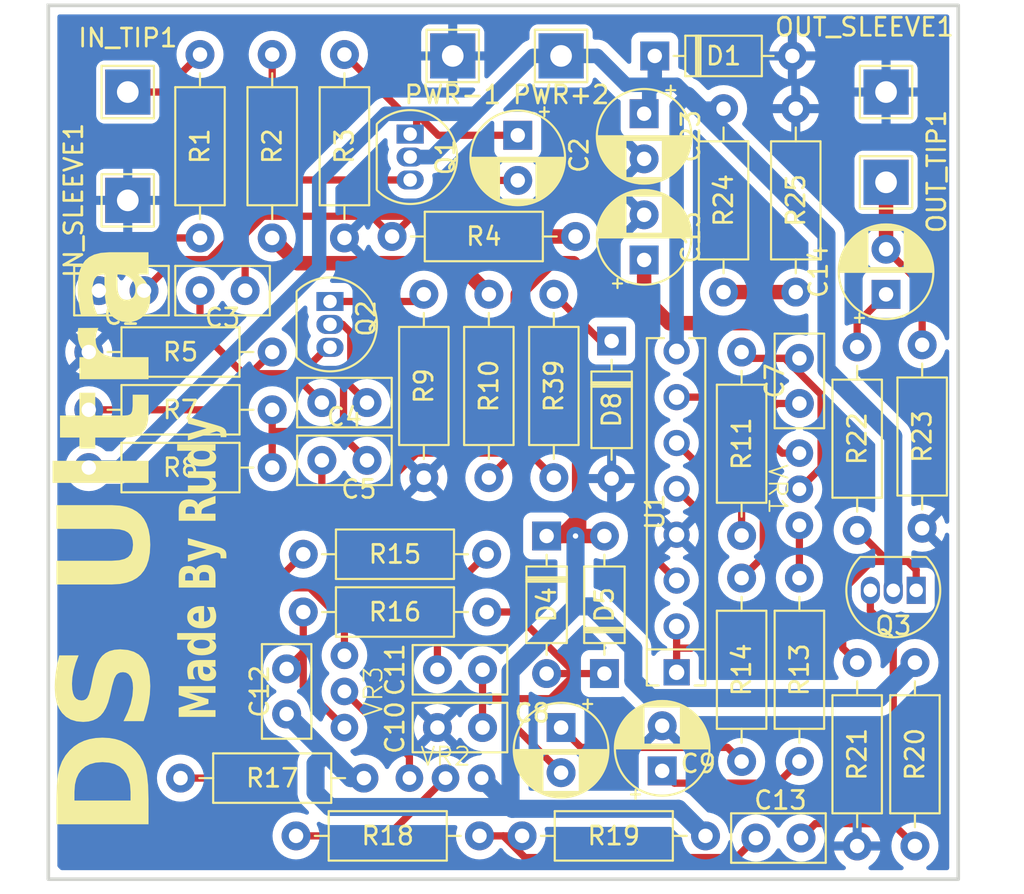
<source format=kicad_pcb>
(kicad_pcb (version 20240108) (generator "pcbnew") (generator_version "8.0")
  (layers (0 "F.Cu" signal) (31 "B.Cu" signal) (34 "B.Paste" user) (35 "F.Paste" user) (36 "B.SilkS" user "B.Silkscreen") (37 "F.SilkS" user "F.Silkscreen") (38 "B.Mask" user) (39 "F.Mask" user) (44 "Edge.Cuts" user))
  (net 0 "")
  (net 1 "Net-(Q1-B)")
  (net 2 "Net-(C1-Pad1)")
  (net 3 "Input_Buffer_Out")
  (net 4 "Net-(C2-Pad2)")
  (net 5 "Net-(Q2-B)")
  (net 6 "Transistor_Boost_Out")
  (net 7 "Net-(C5-Pad2)")
  (net 8 "Net-(C7-Pad1)")
  (net 9 "Net-(C7-Pad2)")
  (net 10 "Net-(C8-Pad1)")
  (net 11 "GND")
  (net 12 "OP-Amp_Output")
  (net 13 "Net-(C9-Pad1)")
  (net 14 "Net-(C11-Pad1)")
  (net 15 "Net-(C12-Pad2)")
  (net 16 "+4.5V")
  (net 17 "Net-(Q3-B)")
  (net 18 "Tone_Level_Output")
  (net 19 "Net-(C14-Pad1)")
  (net 20 "Net-(C14-Pad2)")
  (net 21 "+9V")
  (net 22 "Net-(D8-K)")
  (net 23 "Net-(IN_TIP1-Pad1)")
  (net 24 "Net-(Q2-E)")
  (net 25 "Net-(Q3-E)")
  (net 26 "Net-(U1B--)")
  (net 27 "Net-(R13-Pad2)")
  (net 28 "Net-(R15-Pad2)")
  (net 29 "Net-(R18-Pad1)")
  (net 30 "Net-(U1A--)")
  (net 31 "Net-(VR2-Pad1)")
  (footprint "Resistor_THT:R_Axial_DIN0207_L6.3mm_D2.5mm_P10.16mm_Horizontal" (layer "F.Cu") (at 137.570625 61.965625 180)
    (property "Reference" "R16" (at 5.08 0 0) (layer "F.SilkS"))
    (property "Value" "6.8K")
    (pad "1" thru_hole circle (at 0 0 180) (size 1.6 1.6) (drill 0.8) (layers "*.Cu" "*.Mask") (net 12 "OP-Amp_Output"))
    (pad "2" thru_hole oval (at 10.16 0 180) (size 1.6 1.6) (drill 0.8) (layers "*.Cu" "*.Mask") (net 15 "Net-(C12-Pad2)"))
  )
  (footprint "TestPoint:TestPoint_THTPad_2.5x2.5mm_Drill1.2mm" (layer "F.Cu") (at 159.690625 33.165625 180)
    (property "Reference" "OUT_SLEEVE1" (at 1.2 3.6 180) (layer "F.SilkS"))
    (property "Value" "AudioOutput_SLEEVE")
    (pad "1" thru_hole rect (at 0 0 180) (size 2.5 2.5) (drill 1.2) (layers "*.Cu" "*.Mask") (net 11 "GND"))
  )
  (footprint "Capacitor_THT:C_Disc_D5.0mm_W2.5mm_P2.50mm" (layer "F.Cu") (at 134.840625 68.365625)
    (property "Reference" "C10" (at -2.35 0 90) (layer "F.SilkS"))
    (property "Value" "0.01uF")
    (pad "1" thru_hole circle (at 0 0) (size 1.6 1.6) (drill 0.8) (layers "*.Cu" "*.Mask") (net 11 "GND"))
    (pad "2" thru_hole circle (at 2.5 0) (size 1.6 1.6) (drill 0.8) (layers "*.Cu" "*.Mask") (net 12 "OP-Amp_Output"))
  )
  (footprint "Package_TO_SOT_THT:TO-92_Inline" (layer "F.Cu") (at 128.890625 44.765625 -90)
    (property "Reference" "Q2" (at 0.94 -2 90) (layer "F.SilkS"))
    (property "Value" "2SC2240")
    (pad "1" thru_hole rect (at 0 0 270) (size 1.05 1.5) (drill 0.75) (layers "*.Cu" "*.Mask") (net 24 "Net-(Q2-E)"))
    (pad "2" thru_hole oval (at 1.27 0 270) (size 1.05 1.5) (drill 0.75) (layers "*.Cu" "*.Mask") (net 6 "Transistor_Boost_Out"))
    (pad "3" thru_hole oval (at 2.54 0 270) (size 1.05 1.5) (drill 0.75) (layers "*.Cu" "*.Mask") (net 5 "Net-(Q2-B)"))
  )
  (footprint "Resistor_THT:R_Axial_DIN0207_L6.3mm_D2.5mm_P10.16mm_Horizontal" (layer "F.Cu") (at 151.690625 47.565625 -90)
    (property "Reference" "R11" (at 5.08 0 90) (layer "F.SilkS"))
    (property "Value" "100K")
    (pad "1" thru_hole circle (at 0 0 270) (size 1.6 1.6) (drill 0.8) (layers "*.Cu" "*.Mask") (net 8 "Net-(C7-Pad1)"))
    (pad "2" thru_hole oval (at 10.16 0 270) (size 1.6 1.6) (drill 0.8) (layers "*.Cu" "*.Mask") (net 26 "Net-(U1B--)"))
  )
  (footprint "pot:POT" (layer "F.Cu") (at 140.690625 71.165625 90)
    (property "Reference" "VR2" (at 1.2 -5.4 0) (layer "F.SilkS") (effects (font (thickness 0.1))))
    (property "Value" "100KB LEVEL")
    (pad "1" thru_hole circle (at 0 -7.4 90) (size 1.524 1.524) (drill 0.762) (layers "*.Cu" "*.Mask") (net 31 "Net-(VR2-Pad1)"))
    (pad "2" thru_hole circle (at 0 -5.4 90) (size 1.524 1.524) (drill 0.762) (layers "*.Cu" "*.Mask") (net 29 "Net-(R18-Pad1)"))
    (pad "3" thru_hole circle (at 0 -3.4 90) (size 1.524 1.524) (drill 0.762) (layers "*.Cu" "*.Mask") (net 16 "+4.5V"))
  )
  (footprint "Capacitor_THT:CP_Radial_D5.0mm_P2.50mm" (layer "F.Cu") (at 146.290625 42.465625 90)
    (property "Reference" "C15" (at 1.25 2.58 90) (layer "F.SilkS"))
    (property "Value" "47uF")
    (pad "1" thru_hole rect (at 0 0 90) (size 1.6 1.6) (drill 0.8) (layers "*.Cu" "*.Mask") (net 16 "+4.5V"))
    (pad "2" thru_hole circle (at 2.5 0 90) (size 1.6 1.6) (drill 0.8) (layers "*.Cu" "*.Mask") (net 11 "GND"))
  )
  (footprint "Capacitor_THT:CP_Radial_D5.0mm_P2.50mm" (layer "F.Cu") (at 146.290625 34.365625 -90)
    (property "Reference" "C23" (at 1.25 -2.58 90) (layer "F.SilkS"))
    (property "Value" "100uF")
    (pad "1" thru_hole rect (at 0 0 270) (size 1.6 1.6) (drill 0.8) (layers "*.Cu" "*.Mask") (net 21 "+9V"))
    (pad "2" thru_hole circle (at 2.5 0 270) (size 1.6 1.6) (drill 0.8) (layers "*.Cu" "*.Mask") (net 11 "GND"))
  )
  (footprint "Resistor_THT:R_Axial_DIN0207_L6.3mm_D2.5mm_P10.16mm_Horizontal" (layer "F.Cu") (at 158.090625 57.445625 90)
    (property "Reference" "R22" (at 5.08 0 90) (layer "F.SilkS"))
    (property "Value" "1K")
    (pad "1" thru_hole circle (at 0 0 90) (size 1.6 1.6) (drill 0.8) (layers "*.Cu" "*.Mask") (net 25 "Net-(Q3-E)"))
    (pad "2" thru_hole oval (at 10.16 0 90) (size 1.6 1.6) (drill 0.8) (layers "*.Cu" "*.Mask") (net 19 "Net-(C14-Pad1)"))
  )
  (footprint "Resistor_THT:R_Axial_DIN0207_L6.3mm_D2.5mm_P10.16mm_Horizontal" (layer "F.Cu") (at 129.690625 41.245625 90)
    (property "Reference" "R3" (at 5.08 0 90) (layer "F.SilkS"))
    (property "Value" "10K")
    (pad "1" thru_hole circle (at 0 0 90) (size 1.6 1.6) (drill 0.8) (layers "*.Cu" "*.Mask") (net 11 "GND"))
    (pad "2" thru_hole oval (at 10.16 0 90) (size 1.6 1.6) (drill 0.8) (layers "*.Cu" "*.Mask") (net 3 "Input_Buffer_Out"))
  )
  (footprint "Capacitor_THT:C_Disc_D5.0mm_W2.5mm_P2.50mm" (layer "F.Cu") (at 154.980625 74.485625 180)
    (property "Reference" "C13" (at 1.14 2.09 0) (layer "F.SilkS"))
    (property "Value" "0.047uF")
    (pad "1" thru_hole circle (at 0 0 180) (size 1.6 1.6) (drill 0.8) (layers "*.Cu" "*.Mask") (net 17 "Net-(Q3-B)"))
    (pad "2" thru_hole circle (at 2.5 0 180) (size 1.6 1.6) (drill 0.8) (layers "*.Cu" "*.Mask") (net 18 "Tone_Level_Output"))
  )
  (footprint "Capacitor_THT:CP_Radial_D5.0mm_P2.50mm" (layer "F.Cu") (at 141.690625 68.365625 -90)
    (property "Reference" "C9" (at 2 -7.6 180) (layer "F.SilkS"))
    (property "Value" "0.47uF")
    (pad "1" thru_hole rect (at 0 0 270) (size 1.6 1.6) (drill 0.8) (layers "*.Cu" "*.Mask") (net 13 "Net-(C9-Pad1)"))
    (pad "2" thru_hole circle (at 2.5 0 270) (size 1.6 1.6) (drill 0.8) (layers "*.Cu" "*.Mask") (net 12 "OP-Amp_Output"))
  )
  (footprint "Resistor_THT:R_Axial_DIN0207_L6.3mm_D2.5mm_P10.16mm_Horizontal" (layer "F.Cu") (at 137.690625 44.365625 -90)
    (property "Reference" "R10" (at 5.08 0 90) (layer "F.SilkS"))
    (property "Value" "10K")
    (pad "1" thru_hole circle (at 0 0 270) (size 1.6 1.6) (drill 0.8) (layers "*.Cu" "*.Mask") (net 16 "+4.5V"))
    (pad "2" thru_hole oval (at 10.16 0 270) (size 1.6 1.6) (drill 0.8) (layers "*.Cu" "*.Mask") (net 7 "Net-(C5-Pad2)"))
  )
  (footprint "TestPoint:TestPoint_THTPad_2.5x2.5mm_Drill1.2mm" (layer "F.Cu") (at 135.690625 31.165625 180)
    (property "Reference" "PWR-1" (at 0 -2.148 0) (layer "F.SilkS"))
    (property "Value" "PWR-")
    (pad "1" thru_hole rect (at 0 0 180) (size 2.5 2.5) (drill 1.2) (layers "*.Cu" "*.Mask") (net 11 "GND"))
  )
  (footprint "Resistor_THT:R_Axial_DIN0207_L6.3mm_D2.5mm_P10.16mm_Horizontal" (layer "F.Cu") (at 137.570625 58.765625 180)
    (property "Reference" "R15" (at 5.08 0 0) (layer "F.SilkS"))
    (property "Value" "2.2K")
    (pad "1" thru_hole circle (at 0 0 180) (size 1.6 1.6) (drill 0.8) (layers "*.Cu" "*.Mask") (net 14 "Net-(C11-Pad1)"))
    (pad "2" thru_hole oval (at 10.16 0 180) (size 1.6 1.6) (drill 0.8) (layers "*.Cu" "*.Mask") (net 28 "Net-(R15-Pad2)"))
  )
  (footprint "Resistor_THT:R_Axial_DIN0207_L6.3mm_D2.5mm_P10.16mm_Horizontal" (layer "F.Cu") (at 161.290625 74.925625 90)
    (property "Reference" "R20" (at 5.08 0 90) (layer "F.SilkS"))
    (property "Value" "1M")
    (pad "1" thru_hole circle (at 0 0 90) (size 1.6 1.6) (drill 0.8) (layers "*.Cu" "*.Mask") (net 17 "Net-(Q3-B)"))
    (pad "2" thru_hole oval (at 10.16 0 90) (size 1.6 1.6) (drill 0.8) (layers "*.Cu" "*.Mask") (net 16 "+4.5V"))
  )
  (footprint "Capacitor_THT:CP_Radial_D5.0mm_P2.50mm" (layer "F.Cu") (at 159.690625 44.370738 90)
    (property "Reference" "C14" (at 1.25 -3.75 90) (layer "F.SilkS"))
    (property "Value" "100uF")
    (pad "1" thru_hole rect (at 0 0 90) (size 1.6 1.6) (drill 0.8) (layers "*.Cu" "*.Mask") (net 19 "Net-(C14-Pad1)"))
    (pad "2" thru_hole circle (at 2.5 0 90) (size 1.6 1.6) (drill 0.8) (layers "*.Cu" "*.Mask") (net 20 "Net-(C14-Pad2)"))
  )
  (footprint "Diode_THT:D_DO-35_SOD27_P7.62mm_Horizontal" (layer "F.Cu") (at 146.880625 31.165625)
    (property "Reference" "D1" (at 3.81 0 0) (layer "F.SilkS"))
    (property "Value" "1N4004")
    (pad "1" thru_hole rect (at 0 0) (size 1.6 1.6) (drill 0.8) (layers "*.Cu" "*.Mask") (net 21 "+9V"))
    (pad "2" thru_hole oval (at 7.62 0) (size 1.6 1.6) (drill 0.8) (layers "*.Cu" "*.Mask") (net 11 "GND"))
  )
  (footprint "pot:POT" (layer "F.Cu") (at 154.890625 49.765625 180)
    (property "Reference" "VR1" (at 1.2 -5.4 -90) (layer "F.SilkS") (effects (font (thickness 0.1))))
    (property "Value" "100KB DIST")
    (pad "1" thru_hole circle (at 0 -7.4 180) (size 1.524 1.524) (drill 0.762) (layers "*.Cu" "*.Mask") (net 27 "Net-(R13-Pad2)"))
    (pad "2" thru_hole circle (at 0 -5.4 180) (size 1.524 1.524) (drill 0.762) (layers "*.Cu" "*.Mask") (net 8 "Net-(C7-Pad1)"))
    (pad "3" thru_hole circle (at 0 -3.4 180) (size 1.524 1.524) (drill 0.762) (layers "*.Cu" "*.Mask") (net 9 "Net-(C7-Pad2)"))
  )
  (footprint "Resistor_THT:R_Axial_DIN0207_L6.3mm_D2.5mm_P10.16mm_Horizontal" (layer "F.Cu") (at 150.690625 34.085625 -90)
    (property "Reference" "R24" (at 5.08 0 90) (layer "F.SilkS"))
    (property "Value" "10K")
    (pad "1" thru_hole circle (at 0 0 270) (size 1.6 1.6) (drill 0.8) (layers "*.Cu" "*.Mask") (net 21 "+9V"))
    (pad "2" thru_hole oval (at 10.16 0 270) (size 1.6 1.6) (drill 0.8) (layers "*.Cu" "*.Mask") (net 16 "+4.5V"))
  )
  (footprint "Capacitor_THT:C_Disc_D5.0mm_W2.5mm_P2.50mm" (layer "F.Cu") (at 130.940625 53.565625 180)
    (property "Reference" "C5" (at 0.45 -1.6 0) (layer "F.SilkS"))
    (property "Value" "68nF")
    (pad "1" thru_hole circle (at 0 0 180) (size 1.6 1.6) (drill 0.8) (layers "*.Cu" "*.Mask") (net 6 "Transistor_Boost_Out"))
    (pad "2" thru_hole circle (at 2.5 0 180) (size 1.6 1.6) (drill 0.8) (layers "*.Cu" "*.Mask") (net 7 "Net-(C5-Pad2)"))
  )
  (footprint "Resistor_THT:R_Axial_DIN0207_L6.3mm_D2.5mm_P10.16mm_Horizontal" (layer "F.Cu") (at 125.690625 50.765625 180)
    (property "Reference" "R7" (at 5.08 0 0) (layer "F.SilkS"))
    (property "Value" "470K")
    (pad "1" thru_hole circle (at 0 0 180) (size 1.6 1.6) (drill 0.8) (layers "*.Cu" "*.Mask") (net 6 "Transistor_Boost_Out"))
    (pad "2" thru_hole oval (at 10.16 0 180) (size 1.6 1.6) (drill 0.8) (layers "*.Cu" "*.Mask") (net 5 "Net-(Q2-B)"))
  )
  (footprint "Resistor_THT:R_Axial_DIN0207_L6.3mm_D2.5mm_P10.16mm_Horizontal" (layer "F.Cu") (at 127.010625 74.365625)
    (property "Reference" "R18" (at 5.08 0 0) (layer "F.SilkS"))
    (property "Value" "10K")
    (pad "1" thru_hole circle (at 0 0) (size 1.6 1.6) (drill 0.8) (layers "*.Cu" "*.Mask") (net 29 "Net-(R18-Pad1)"))
    (pad "2" thru_hole oval (at 10.16 0) (size 1.6 1.6) (drill 0.8) (layers "*.Cu" "*.Mask") (net 18 "Tone_Level_Output"))
  )
  (footprint "Diode_THT:D_DO-35_SOD27_P7.62mm_Horizontal" (layer "F.Cu") (at 144.490625 46.955625 -90)
    (property "Reference" "D8" (at 3.81 0 90) (layer "F.SilkS"))
    (property "Value" "1N4148")
    (pad "1" thru_hole rect (at 0 0 270) (size 1.6 1.6) (drill 0.8) (layers "*.Cu" "*.Mask") (net 22 "Net-(D8-K)"))
    (pad "2" thru_hole oval (at 7.62 0 270) (size 1.6 1.6) (drill 0.8) (layers "*.Cu" "*.Mask") (net 11 "GND"))
  )
  (footprint "Resistor_THT:R_Axial_DIN0207_L6.3mm_D2.5mm_P10.16mm_Horizontal" (layer "F.Cu") (at 154.690625 44.245625 90)
    (property "Reference" "R25" (at 5.08 0 90) (layer "F.SilkS"))
    (property "Value" "10K")
    (pad "1" thru_hole circle (at 0 0 90) (size 1.6 1.6) (drill 0.8) (layers "*.Cu" "*.Mask") (net 16 "+4.5V"))
    (pad "2" thru_hole oval (at 10.16 0 90) (size 1.6 1.6) (drill 0.8) (layers "*.Cu" "*.Mask") (net 11 "GND"))
  )
  (footprint "Capacitor_THT:C_Disc_D5.0mm_W2.5mm_P2.50mm" (layer "F.Cu") (at 128.440625 50.365625)
    (property "Reference" "C4" (at 1.25 0.8 0) (layer "F.SilkS"))
    (property "Value" "250pF")
    (pad "1" thru_hole circle (at 0 0) (size 1.6 1.6) (drill 0.8) (layers "*.Cu" "*.Mask") (net 5 "Net-(Q2-B)"))
    (pad "2" thru_hole circle (at 2.5 0) (size 1.6 1.6) (drill 0.8) (layers "*.Cu" "*.Mask") (net 6 "Transistor_Boost_Out"))
  )
  (footprint "pot:POT" (layer "F.Cu") (at 129.690625 60.965625 180)
    (property "Reference" "VR3" (at -1.6 -5.4 90) (layer "F.SilkS") (effects (font (thickness 0.1))))
    (property "Value" "20KB TONE")
    (pad "1" thru_hole circle (at 0 -7.4 180) (size 1.524 1.524) (drill 0.762) (layers "*.Cu" "*.Mask") (net 15 "Net-(C12-Pad2)"))
    (pad "2" thru_hole circle (at 0 -5.4 180) (size 1.524 1.524) (drill 0.762) (layers "*.Cu" "*.Mask") (net 31 "Net-(VR2-Pad1)"))
    (pad "3" thru_hole circle (at 0 -3.4 180) (size 1.524 1.524) (drill 0.762) (layers "*.Cu" "*.Mask") (net 28 "Net-(R15-Pad2)"))
  )
  (footprint "Capacitor_THT:C_Disc_D5.0mm_W2.5mm_P2.50mm" (layer "F.Cu") (at 126.490625 67.615625 90)
    (property "Reference" "C12" (at 1.25 -1.5 90) (layer "F.SilkS"))
    (property "Value" "0.1uF")
    (pad "1" thru_hole circle (at 0 0 90) (size 1.6 1.6) (drill 0.8) (layers "*.Cu" "*.Mask") (net 16 "+4.5V"))
    (pad "2" thru_hole circle (at 2.5 0 90) (size 1.6 1.6) (drill 0.8) (layers "*.Cu" "*.Mask") (net 15 "Net-(C12-Pad2)"))
  )
  (footprint "Resistor_THT:R_Axial_DIN0207_L6.3mm_D2.5mm_P10.16mm_Horizontal" (layer "F.Cu") (at 142.490625 41.165625 180)
    (property "Reference" "R4" (at 5.08 0 0) (layer "F.SilkS"))
    (property "Value" "100K")
    (pad "1" thru_hole circle (at 0 0 180) (size 1.6 1.6) (drill 0.8) (layers "*.Cu" "*.Mask") (net 16 "+4.5V"))
    (pad "2" thru_hole oval (at 10.16 0 180) (size 1.6 1.6) (drill 0.8) (layers "*.Cu" "*.Mask") (net 4 "Net-(C2-Pad2)"))
  )
  (footprint "Capacitor_THT:C_Disc_D5.0mm_W2.5mm_P2.50mm" (layer "F.Cu") (at 154.890625 47.915625 -90)
    (property "Reference" "C7" (at 1.25 1.37 90) (layer "F.SilkS"))
    (property "Value" "100pF")
    (pad "1" thru_hole circle (at 0 0 270) (size 1.6 1.6) (drill 0.8) (layers "*.Cu" "*.Mask") (net 8 "Net-(C7-Pad1)"))
    (pad "2" thru_hole circle (at 2.5 0 270) (size 1.6 1.6) (drill 0.8) (layers "*.Cu" "*.Mask") (net 9 "Net-(C7-Pad2)"))
  )
  (footprint "Resistor_THT:R_Axial_DIN0207_L6.3mm_D2.5mm_P10.16mm_Horizontal" (layer "F.Cu") (at 125.690625 31.085625 -90)
    (property "Reference" "R2" (at 5.08 0 90) (layer "F.SilkS"))
    (property "Value" "470K")
    (pad "1" thru_hole circle (at 0 0 270) (size 1.6 1.6) (drill 0.8) (layers "*.Cu" "*.Mask") (net 1 "Net-(Q1-B)"))
    (pad "2" thru_hole oval (at 10.16 0 270) (size 1.6 1.6) (drill 0.8) (layers "*.Cu" "*.Mask") (net 16 "+4.5V"))
  )
  (footprint "Resistor_THT:R_Axial_DIN0207_L6.3mm_D2.5mm_P10.16mm_Horizontal" (layer "F.Cu") (at 141.290625 44.365625 -90)
    (property "Reference" "R39" (at 5.08 0 90) (layer "F.SilkS"))
    (property "Value" "47K")
    (pad "1" thru_hole circle (at 0 0 270) (size 1.6 1.6) (drill 0.8) (layers "*.Cu" "*.Mask") (net 22 "Net-(D8-K)"))
    (pad "2" thru_hole oval (at 10.16 0 270) (size 1.6 1.6) (drill 0.8) (layers "*.Cu" "*.Mask") (net 7 "Net-(C5-Pad2)"))
  )
  (footprint "Resistor_THT:R_Axial_DIN0207_L6.3mm_D2.5mm_P10.16mm_Horizontal" (layer "F.Cu") (at 151.690625 70.245625 90)
    (property "Reference" "R14" (at 5.08 0 90) (layer "F.SilkS"))
    (property "Value" "2.2K")
    (pad "1" thru_hole circle (at 0 0 90) (size 1.6 1.6) (drill 0.8) (layers "*.Cu" "*.Mask") (net 13 "Net-(C9-Pad1)"))
    (pad "2" thru_hole oval (at 10.16 0 90) (size 1.6 1.6) (drill 0.8) (layers "*.Cu" "*.Mask") (net 9 "Net-(C7-Pad2)"))
  )
  (footprint "Package_SIP:SIP-8_19x3mm_P2.54mm" (layer "F.Cu") (at 148.090625 65.305625 90)
    (property "Reference" "U1" (at 8.89 -1.2 90) (layer "F.SilkS"))
    (property "Value" "NJM4558")
    (pad "1" thru_hole rect (at 0 0 180) (size 1.45 1.45) (drill 0.85) (layers "*.Cu" "*.Mask") (net 30 "Net-(U1A--)"))
    (pad "2" thru_hole circle (at 2.54 0 180) (size 1.45 1.45) (drill 0.85) (layers "*.Cu" "*.Mask") (net 30 "Net-(U1A--)"))
    (pad "3" thru_hole circle (at 5.08 0 180) (size 1.45 1.45) (drill 0.85) (layers "*.Cu" "*.Mask") (net 22 "Net-(D8-K)"))
    (pad "4" thru_hole circle (at 7.62 0 180) (size 1.45 1.45) (drill 0.85) (layers "*.Cu" "*.Mask") (net 11 "GND"))
    (pad "5" thru_hole circle (at 10.16 0 180) (size 1.45 1.45) (drill 0.85) (layers "*.Cu" "*.Mask") (net 30 "Net-(U1A--)"))
    (pad "6" thru_hole circle (at 12.7 0 180) (size 1.45 1.45) (drill 0.85) (layers "*.Cu" "*.Mask") (net 26 "Net-(U1B--)"))
    (pad "7" thru_hole circle (at 15.24 0 180) (size 1.45 1.45) (drill 0.85) (layers "*.Cu" "*.Mask") (net 9 "Net-(C7-Pad2)"))
    (pad "8" thru_hole circle (at 17.78 0 180) (size 1.45 1.45) (drill 0.85) (layers "*.Cu" "*.Mask") (net 21 "+9V"))
  )
  (footprint "Resistor_THT:R_Axial_DIN0207_L6.3mm_D2.5mm_P10.16mm_Horizontal" (layer "F.Cu") (at 161.690625 57.325625 90)
    (property "Reference" "R23" (at 5.08 0 90) (layer "F.SilkS"))
    (property "Value" "100K")
    (pad "1" thru_hole circle (at 0 0 90) (size 1.6 1.6) (drill 0.8) (layers "*.Cu" "*.Mask") (net 11 "GND"))
    (pad "2" thru_hole oval (at 10.16 0 90) (size 1.6 1.6) (drill 0.8) (layers "*.Cu" "*.Mask") (net 20 "Net-(C14-Pad2)"))
  )
  (footprint "Resistor_THT:R_Axial_DIN0207_L6.3mm_D2.5mm_P10.16mm_Horizontal" (layer "F.Cu") (at 120.610625 71.165625)
    (property "Reference" "R17" (at 5.08 0 0) (layer "F.SilkS"))
    (property "Value" "6.8K")
    (pad "1" thru_hole circle (at 0 0) (size 1.6 1.6) (drill 0.8) (layers "*.Cu" "*.Mask") (net 28 "Net-(R15-Pad2)"))
    (pad "2" thru_hole oval (at 10.16 0) (size 1.6 1.6) (drill 0.8) (layers "*.Cu" "*.Mask") (net 16 "+4.5V"))
  )
  (footprint "TestPoint:TestPoint_THTPad_2.5x2.5mm_Drill1.2mm" (layer "F.Cu") (at 159.690625 38.165625)
    (property "Reference" "OUT_TIP1" (at 2.8 -0.6 -90) (layer "F.SilkS"))
    (property "Value" "OUT_TIP")
    (pad "1" thru_hole rect (at 0 0) (size 2.5 2.5) (drill 1.2) (layers "*.Cu" "*.Mask") (net 20 "Net-(C14-Pad2)"))
  )
  (footprint "Resistor_THT:R_Axial_DIN0207_L6.3mm_D2.5mm_P10.16mm_Horizontal" (layer "F.Cu") (at 125.690625 53.965625 180)
    (property "Reference" "R8" (at 5.08 0 0) (layer "F.SilkS"))
    (property "Value" "10K")
    (pad "1" thru_hole circle (at 0 0 180) (size 1.6 1.6) (drill 0.8) (layers "*.Cu" "*.Mask") (net 6 "Transistor_Boost_Out"))
    (pad "2" thru_hole oval (at 10.16 0 180) (size 1.6 1.6) (drill 0.8) (layers "*.Cu" "*.Mask") (net 21 "+9V"))
  )
  (footprint "Package_TO_SOT_THT:TO-92_Inline" (layer "F.Cu") (at 133.330625 35.495625 -90)
    (property "Reference" "Q1" (at 1.27 -1.96 90) (layer "F.SilkS"))
    (property "Value" "2SC2240")
    (pad "1" thru_hole rect (at 0 0 270) (size 1.05 1.5) (drill 0.75) (layers "*.Cu" "*.Mask") (net 3 "Input_Buffer_Out"))
    (pad "2" thru_hole oval (at 1.27 0 270) (size 1.05 1.5) (drill 0.75) (layers "*.Cu" "*.Mask") (net 21 "+9V"))
    (pad "3" thru_hole oval (at 2.54 0 270) (size 1.05 1.5) (drill 0.75) (layers "*.Cu" "*.Mask") (net 1 "Net-(Q1-B)"))
  )
  (footprint "TestPoint:TestPoint_THTPad_2.5x2.5mm_Drill1.2mm" (layer "F.Cu") (at 117.690625 39.165625)
    (property "Reference" "IN_SLEEVE1" (at -3 0 90) (layer "F.SilkS"))
    (property "Value" "AudioInput_SLEEVE")
    (pad "1" thru_hole rect (at 0 0) (size 2.5 2.5) (drill 1.2) (layers "*.Cu" "*.Mask") (net 11 "GND"))
  )
  (footprint "TestPoint:TestPoint_THTPad_2.5x2.5mm_Drill1.2mm" (layer "F.Cu") (at 117.690625 33.165625 180)
    (property "Reference" "IN_TIP1" (at 0 3 0) (layer "F.SilkS"))
    (property "Value" "IN_TIP")
    (pad "1" thru_hole rect (at 0 0 180) (size 2.5 2.5) (drill 1.2) (layers "*.Cu" "*.Mask") (net 23 "Net-(IN_TIP1-Pad1)"))
  )
  (footprint "Diode_THT:D_DO-35_SOD27_P7.62mm_Horizontal" (layer "F.Cu") (at 140.890625 57.755625 -90)
    (property "Reference" "D4" (at 3.81 0 90) (layer "F.SilkS"))
    (property "Value" "1N4148")
    (pad "1" thru_hole rect (at 0 0 270) (size 1.6 1.6) (drill 0.8) (layers "*.Cu" "*.Mask") (net 16 "+4.5V"))
    (pad "2" thru_hole oval (at 7.62 0 270) (size 1.6 1.6) (drill 0.8) (layers "*.Cu" "*.Mask") (net 12 "OP-Amp_Output"))
  )
  (footprint "Capacitor_THT:C_Disc_D5.0mm_W2.5mm_P2.50mm" (layer "F.Cu") (at 134.840625 65.165625)
    (property "Reference" "C11" (at -2.35 0 90) (layer "F.SilkS"))
    (property "Value" "0.022uF")
    (pad "1" thru_hole circle (at 0 0) (size 1.6 1.6) (drill 0.8) (layers "*.Cu" "*.Mask") (net 14 "Net-(C11-Pad1)"))
    (pad "2" thru_hole circle (at 2.5 0) (size 1.6 1.6) (drill 0.8) (layers "*.Cu" "*.Mask") (net 12 "OP-Amp_Output"))
  )
  (footprint "Resistor_THT:R_Axial_DIN0207_L6.3mm_D2.5mm_P10.16mm_Horizontal" (layer "F.Cu") (at 115.530625 47.565625)
    (property "Reference" "R5" (at 5.08 0 0) (layer "F.SilkS"))
    (property "Value" "100K")
    (pad "1" thru_hole circle (at 0 0) (size 1.6 1.6) (drill 0.8) (layers "*.Cu" "*.Mask") (net 11 "GND"))
    (pad "2" thru_hole oval (at 10.16 0) (size 1.6 1.6) (drill 0.8) (layers "*.Cu" "*.Mask") (net 5 "Net-(Q2-B)"))
  )
  (footprint "Resistor_THT:R_Axial_DIN0207_L6.3mm_D2.5mm_P10.16mm_Horizontal" (layer "F.Cu") (at 158.090625 64.765625 -90)
    (property "Reference" "R21" (at 5.08 0 90) (layer "F.SilkS"))
    (property "Value" "10K")
    (pad "1" thru_hole circle (at 0 0 270) (size 1.6 1.6) (drill 0.8) (layers "*.Cu" "*.Mask") (net 25 "Net-(Q3-E)"))
    (pad "2" thru_hole oval (at 10.16 0 270) (size 1.6 1.6) (drill 0.8) (layers "*.Cu" "*.Mask") (net 11 "GND"))
  )
  (footprint "Capacitor_THT:C_Disc_D5.0mm_W2.5mm_P2.50mm" (layer "F.Cu") (at 116.090625 44.165625)
    (property "Reference" "C1" (at 1.25 1.37 0) (layer "F.SilkS"))
    (property "Value" "47nF")
    (pad "1" thru_hole circle (at 0 0) (size 1.6 1.6) (drill 0.8) (layers "*.Cu" "*.Mask") (net 2 "Net-(C1-Pad1)"))
    (pad "2" thru_hole circle (at 2.5 0) (size 1.6 1.6) (drill 0.8) (layers "*.Cu" "*.Mask") (net 1 "Net-(Q1-B)"))
  )
  (footprint "Resistor_THT:R_Axial_DIN0207_L6.3mm_D2.5mm_P10.16mm_Horizontal" (layer "F.Cu") (at 134.090625 54.525625 90)
    (property "Reference" "R9" (at 5.08 0 90) (layer "F.SilkS"))
    (property "Value" "22")
    (pad "1" thru_hole circle (at 0 0 90) (size 1.6 1.6) (drill 0.8) (layers "*.Cu" "*.Mask") (net 11 "GND"))
    (pad "2" thru_hole oval (at 10.16 0 90) (size 1.6 1.6) (drill 0.8) (layers "*.Cu" "*.Mask") (net 24 "Net-(Q2-E)"))
  )
  (footprint "Resistor_THT:R_Axial_DIN0207_L6.3mm_D2.5mm_P10.16mm_Horizontal" (layer "F.Cu") (at 121.690625 31.085625 -90)
    (property "Reference" "R1" (at 5.08 0 90) (layer "F.SilkS"))
    (property "Value" "1K")
    (pad "1" thru_hole circle (at 0 0 270) (size 1.6 1.6) (drill 0.8) (layers "*.Cu" "*.Mask") (net 23 "Net-(IN_TIP1-Pad1)"))
    (pad "2" thru_hole oval (at 10.16 0 270) (size 1.6 1.6) (drill 0.8) (layers "*.Cu" "*.Mask") (net 2 "Net-(C1-Pad1)"))
  )
  (footprint "Capacitor_THT:C_Disc_D5.0mm_W2.5mm_P2.50mm" (layer "F.Cu") (at 124.190625 44.165625 180)
    (property "Reference" "C3" (at 1.25 -1.5 180) (layer "F.SilkS"))
    (property "Value" "47nF")
    (pad "1" thru_hole circle (at 0 0 180) (size 1.6 1.6) (drill 0.8) (layers "*.Cu" "*.Mask") (net 4 "Net-(C2-Pad2)"))
    (pad "2" thru_hole circle (at 2.5 0 180) (size 1.6 1.6) (drill 0.8) (layers "*.Cu" "*.Mask") (net 5 "Net-(Q2-B)"))
  )
  (footprint "Resistor_THT:R_Axial_DIN0207_L6.3mm_D2.5mm_P10.16mm_Horizontal" (layer "F.Cu") (at 139.530625 74.365625)
    (property "Reference" "R19" (at 5.08 0 0) (layer "F.SilkS"))
    (property "Value" "1M")
    (pad "1" thru_hole circle (at 0 0) (size 1.6 1.6) (drill 0.8) (layers "*.Cu" "*.Mask") (net 18 "Tone_Level_Output"))
    (pad "2" thru_hole oval (at 10.16 0) (size 1.6 1.6) (drill 0.8) (layers "*.Cu" "*.Mask") (net 16 "+4.5V"))
  )
  (footprint "Capacitor_THT:CP_Radial_D5.0mm_P2.50mm" (layer "F.Cu") (at 147.290625 70.765625 90)
    (property "Reference" "C8" (at 3.2 -7.2 180) (layer "F.SilkS"))
    (property "Value" "0.47uF")
    (pad "1" thru_hole rect (at 0 0 90) (size 1.6 1.6) (drill 0.8) (layers "*.Cu" "*.Mask") (net 10 "Net-(C8-Pad1)"))
    (pad "2" thru_hole circle (at 2.5 0 90) (size 1.6 1.6) (drill 0.8) (layers "*.Cu" "*.Mask") (net 11 "GND"))
  )
  (footprint "Resistor_THT:R_Axial_DIN0207_L6.3mm_D2.5mm_P10.16mm_Horizontal" (layer "F.Cu") (at 154.890625 70.245625 90)
    (property "Reference" "R13" (at 5.08 0 90) (layer "F.SilkS"))
    (property "Value" "4.7k")
    (pad "1" thru_hole circle (at 0 0 90) (size 1.6 1.6) (drill 0.8) (layers "*.Cu" "*.Mask") (net 10 "Net-(C8-Pad1)"))
    (pad "2" thru_hole oval (at 10.16 0 90) (size 1.6 1.6) (drill 0.8) (layers "*.Cu" "*.Mask") (net 27 "Net-(R13-Pad2)"))
  )
  (footprint "Diode_THT:D_DO-35_SOD27_P7.62mm_Horizontal" (layer "F.Cu") (at 144.090625 65.375625 90)
    (property "Reference" "D5" (at 3.81 0 90) (layer "F.SilkS"))
    (property "Value" "1N4148")
    (pad "1" thru_hole rect (at 0 0 90) (size 1.6 1.6) (drill 0.8) (layers "*.Cu" "*.Mask") (net 12 "OP-Amp_Output"))
    (pad "2" thru_hole oval (at 7.62 0 90) (size 1.6 1.6) (drill 0.8) (layers "*.Cu" "*.Mask") (net 16 "+4.5V"))
  )
  (footprint "TestPoint:TestPoint_THTPad_2.5x2.5mm_Drill1.2mm" (layer "F.Cu") (at 141.690625 31.165625 180)
    (property "Reference" "PWR+2" (at 0 -2.148 0) (layer "F.SilkS"))
    (property "Value" "PWR+")
    (pad "1" thru_hole rect (at 0 0 180) (size 2.5 2.5) (drill 1.2) (layers "*.Cu" "*.Mask") (net 21 "+9V"))
  )
  (footprint "Capacitor_THT:CP_Radial_D5.0mm_P2.50mm" (layer "F.Cu") (at 139.290625 35.560513 -90)
    (property "Reference" "C2" (at 1.105112 -3.4 90) (layer "F.SilkS"))
    (property "Value" "0.47u")
    (pad "1" thru_hole rect (at 0 0 270) (size 1.6 1.6) (drill 0.8) (layers "*.Cu" "*.Mask") (net 3 "Input_Buffer_Out"))
    (pad "2" thru_hole circle (at 2.5 0 270) (size 1.6 1.6) (drill 0.8) (layers "*.Cu" "*.Mask") (net 4 "Net-(C2-Pad2)"))
  )
  (footprint "Package_TO_SOT_THT:TO-92_Inline" (layer "F.Cu") (at 161.360625 60.765625 180)
    (property "Reference" "Q3" (at 1.27 -1.96 0) (layer "F.SilkS"))
    (property "Value" "2SC2240")
    (pad "1" thru_hole rect (at 0 0 180) (size 1.05 1.5) (drill 0.75) (layers "*.Cu" "*.Mask") (net 25 "Net-(Q3-E)"))
    (pad "2" thru_hole oval (at 1.27 0 180) (size 1.05 1.5) (drill 0.75) (layers "*.Cu" "*.Mask") (net 21 "+9V"))
    (pad "3" thru_hole oval (at 2.54 0 180) (size 1.05 1.5) (drill 0.75) (layers "*.Cu" "*.Mask") (net 17 "Net-(Q3-B)"))
  )
  (gr_rect (start 113.290625 28.365623) (end 163.690625 76.765625) (stroke (width 0.2)) (fill none) (layer "Edge.Cuts"))
  (gr_text "DS Ultra\n" (at 119.690625 74.365625 90) (layer "F.SilkS") (effects (font (size 5 5) (thickness 0.3) (bold yes)) (justify left bottom)))
  (gr_text "Made By Rudy" (at 122.890625 67.965625 90) (layer "F.SilkS") (effects (font (size 2 1.5) (thickness 0.175) (bold yes)) (justify left bottom)))
  (segment (start 125.690625 37.565625) (end 125.690625 31.085625) (width 0.4) (layer "F.Cu") (net 1))
  (segment (start 123.290625 39.965625) (end 125.690625 37.565625) (width 0.4) (layer "F.Cu") (net 1))
  (segment (start 120.310625 42.445625) (end 122.187682 42.445625) (width 0.4) (layer "F.Cu") (net 1))
  (segment (start 133.330625 38.035625) (end 126.160625 38.035625) (width 0.4) (layer "F.Cu") (net 1))
  (segment (start 123.290625 41.342682) (end 123.290625 39.965625) (width 0.4) (layer "F.Cu") (net 1))
  (segment (start 122.187682 42.445625) (end 123.290625 41.342682) (width 0.4) (layer "F.Cu") (net 1))
  (segment (start 118.590625 44.165625) (end 120.310625 42.445625) (width 0.4) (layer "F.Cu") (net 1))
  (segment (start 126.160625 38.035625) (end 125.690625 37.565625) (width 0.4) (layer "F.Cu") (net 1))
  (segment (start 119.010625 41.245625) (end 116.090625 44.165625) (width 0.4) (layer "F.Cu") (net 2))
  (segment (start 121.690625 41.245625) (end 119.010625 41.245625) (width 0.4) (layer "F.Cu") (net 2))
  (segment (start 132.970625 34.365625) (end 133.690625 34.365625) (width 0.4) (layer "F.Cu") (net 3))
  (segment (start 133.395513 35.560513) (end 133.330625 35.495625) (width 0.4) (layer "F.Cu") (net 3))
  (segment (start 134.885513 35.560513) (end 139.290625 35.560513) (width 0.4) (layer "F.Cu") (net 3))
  (segment (start 129.690625 31.085625) (end 132.970625 34.365625) (width 0.4) (layer "F.Cu") (net 3))
  (segment (start 133.690625 35.135625) (end 133.330625 35.495625) (width 0.4) (layer "F.Cu") (net 3))
  (segment (start 133.690625 34.365625) (end 134.885513 35.560513) (width 0.4) (layer "F.Cu") (net 3))
  (segment (start 133.690625 34.365625) (end 133.690625 35.135625) (width 0.4) (layer "F.Cu") (net 3))
  (segment (start 125.193568 40.045625) (end 131.210625 40.045625) (width 0.4) (layer "F.Cu") (net 4))
  (segment (start 139.290625 38.060513) (end 135.435737 38.060513) (width 0.4) (layer "F.Cu") (net 4))
  (segment (start 135.435737 38.060513) (end 133.610625 39.885625) (width 0.4) (layer "F.Cu") (net 4))
  (segment (start 124.190625 41.048568) (end 125.193568 40.045625) (width 0.4) (layer "F.Cu") (net 4))
  (segment (start 124.190625 44.165625) (end 124.190625 41.048568) (width 0.4) (layer "F.Cu") (net 4))
  (segment (start 133.450625 40.045625) (end 131.210625 40.045625) (width 0.4) (layer "F.Cu") (net 4))
  (segment (start 133.610625 39.885625) (end 133.450625 40.045625) (width 0.4) (layer "F.Cu") (net 4))
  (segment (start 133.610625 39.885625) (end 132.330625 41.165625) (width 0.4) (layer "F.Cu") (net 4))
  (segment (start 131.210625 40.045625) (end 132.330625 41.165625) (width 0.4) (layer "F.Cu") (net 4))
  (segment (start 121.690625 44.165625) (end 121.690625 46.365625) (width 0.4) (layer "F.Cu") (net 5))
  (segment (start 124.490625 48.765625) (end 124.090625 48.765625) (width 0.4) (layer "F.Cu") (net 5))
  (segment (start 127.290625 49.215625) (end 128.440625 50.365625) (width 0.4) (layer "F.Cu") (net 5))
  (segment (start 125.690625 47.565625) (end 124.490625 48.765625) (width 0.4) (layer "F.Cu") (net 5))
  (segment (start 128.750625 47.305625) (end 127.290625 48.765625) (width 0.4) (layer "F.Cu") (net 5))
  (segment (start 127.290625 48.765625) (end 127.290625 49.215625) (width 0.4) (layer "F.Cu") (net 5))
  (segment (start 128.890625 47.425625) (end 129.169153 47.425625) (width 0.4) (layer "F.Cu") (net 5))
  (segment (start 124.090625 48.765625) (end 127.290625 48.765625) (width 0.4) (layer "F.Cu") (net 5))
  (segment (start 121.690625 46.365625) (end 124.090625 48.765625) (width 0.4) (layer "F.Cu") (net 5))
  (segment (start 128.890625 47.305625) (end 128.750625 47.305625) (width 0.4) (layer "F.Cu") (net 5))
  (segment (start 124.090625 48.765625) (end 122.090625 50.765625) (width 0.4) (layer "F.Cu") (net 5))
  (segment (start 122.090625 50.765625) (end 115.530625 50.765625) (width 0.4) (layer "F.Cu") (net 5))
  (segment (start 129.340625 51.965625) (end 130.940625 53.565625) (width 0.4) (layer "F.Cu") (net 6))
  (segment (start 129.640625 51.665625) (end 129.340625 51.965625) (width 0.4) (layer "F.Cu") (net 6))
  (segment (start 125.690625 51.965625) (end 129.340625 51.965625) (width 0.4) (layer "F.Cu") (net 6))
  (segment (start 129.590625 46.035625) (end 130.040625 46.485625) (width 0.4) (layer "F.Cu") (net 6))
  (segment (start 125.690625 52.765625) (end 125.690625 51.965625) (width 0.4) (layer "F.Cu") (net 6))
  (segment (start 128.890625 46.035625) (end 129.590625 46.035625) (width 0.4) (layer "F.Cu") (net 6))
  (segment (start 125.690625 53.965625) (end 125.690625 52.765625) (width 0.4) (layer "F.Cu") (net 6))
  (segment (start 130.040625 46.485625) (end 130.040625 48.415625) (width 0.4) (layer "F.Cu") (net 6))
  (segment (start 129.640625 48.815625) (end 129.640625 49.065625) (width 0.4) (layer "F.Cu") (net 6))
  (segment (start 129.640625 51.665625) (end 129.640625 48.815625) (width 0.4) (layer "F.Cu") (net 6))
  (segment (start 130.040625 48.415625) (end 129.640625 48.815625) (width 0.4) (layer "F.Cu") (net 6))
  (segment (start 129.640625 49.065625) (end 130.940625 50.365625) (width 0.4) (layer "F.Cu") (net 6))
  (segment (start 125.690625 51.965625) (end 125.690625 50.765625) (width 0.4) (layer "F.Cu") (net 6))
  (segment (start 133.690625 53.165625) (end 139.690625 53.165625) (width 0.4) (layer "F.Cu") (net 7))
  (segment (start 139.930625 53.165625) (end 141.290625 54.525625) (width 0.4) (layer "F.Cu") (net 7))
  (segment (start 128.890625 55.565625) (end 131.290625 55.565625) (width 0.4) (layer "F.Cu") (net 7))
  (segment (start 131.290625 55.565625) (end 133.690625 53.165625) (width 0.4) (layer "F.Cu") (net 7))
  (segment (start 128.440625 53.565625) (end 128.440625 55.115625) (width 0.4) (layer "F.Cu") (net 7))
  (segment (start 139.690625 53.165625) (end 139.050625 53.165625) (width 0.4) (layer "F.Cu") (net 7))
  (segment (start 139.050625 53.165625) (end 137.690625 54.525625) (width 0.4) (layer "F.Cu") (net 7))
  (segment (start 139.690625 53.165625) (end 139.930625 53.165625) (width 0.4) (layer "F.Cu") (net 7))
  (segment (start 128.440625 55.115625) (end 128.890625 55.565625) (width 0.4) (layer "F.Cu") (net 7))
  (segment (start 154.540625 47.565625) (end 154.890625 47.915625) (width 0.4) (layer "F.Cu") (net 8))
  (segment (start 156.090625 53.965625) (end 156.090625 49.918568) (width 0.4) (layer "F.Cu") (net 8))
  (segment (start 153.290625 47.915625) (end 152.040625 47.915625) (width 0.4) (layer "F.Cu") (net 8))
  (segment (start 156.090625 49.918568) (end 154.087682 47.915625) (width 0.4) (layer "F.Cu") (net 8))
  (segment (start 154.890625 55.165625) (end 156.090625 53.965625) (width 0.4) (layer "F.Cu") (net 8))
  (segment (start 154.890625 47.915625) (end 153.290625 47.915625) (width 0.4) (layer "F.Cu") (net 8))
  (segment (start 152.040625 47.915625) (end 151.690625 47.565625) (width 0.4) (layer "F.Cu") (net 8))
  (segment (start 154.087682 47.915625) (end 153.290625 47.915625) (width 0.4) (layer "F.Cu") (net 8))
  (segment (start 154.540625 50.065625) (end 154.890625 50.415625) (width 0.4) (layer "F.Cu") (net 9))
  (segment (start 152.890625 52.115625) (end 152.815625 52.040625) (width 0.4) (layer "F.Cu") (net 9))
  (segment (start 152.490625 51.565625) (end 152.415625 51.640625) (width 0.4) (layer "F.Cu") (net 9))
  (segment (start 154.890625 50.415625) (end 153.640625 50.415625) (width 0.4) (layer "F.Cu") (net 9))
  (segment (start 148.090625 50.065625) (end 150.840625 50.065625) (width 0.4) (layer "F.Cu") (net 9))
  (segment (start 153.940625 53.165625) (end 152.815625 52.040625) (width 0.4) (layer "F.Cu") (net 9))
  (segment (start 153.640625 50.415625) (end 152.490625 51.565625) (width 0.4) (layer "F.Cu") (net 9))
  (segment (start 152.890625 58.885625) (end 152.890625 52.115625) (width 0.4) (layer "F.Cu") (net 9))
  (segment (start 154.890625 53.165625) (end 153.940625 53.165625) (width 0.4) (layer "F.Cu") (net 9))
  (segment (start 150.840625 50.065625) (end 152.415625 51.640625) (width 0.4) (layer "F.Cu") (net 9))
  (segment (start 151.690625 60.085625) (end 152.890625 58.885625) (width 0.4) (layer "F.Cu") (net 9))
  (segment (start 152.815625 52.040625) (end 152.415625 51.640625) (width 0.4) (layer "F.Cu") (net 9))
  (segment (start 147.290625 70.765625) (end 147.970625 71.445625) (width 0.4) (layer "F.Cu") (net 10))
  (segment (start 153.690625 71.445625) (end 154.890625 70.245625) (width 0.4) (layer "F.Cu") (net 10))
  (segment (start 147.970625 71.445625) (end 153.690625 71.445625) (width 0.4) (layer "F.Cu") (net 10))
  (segment (start 137.340625 66.765625) (end 137.340625 68.365625) (width 0.4) (layer "F.Cu") (net 12))
  (segment (start 138.890625 68.065625) (end 141.690625 70.865625) (width 0.4) (layer "F.Cu") (net 12))
  (segment (start 141.100625 66.765625) (end 142.490625 65.375625) (width 0.4) (layer "F.Cu") (net 12))
  (segment (start 142.490625 65.375625) (end 140.890625 65.375625) (width 0.4) (layer "F.Cu") (net 12))
  (segment (start 144.090625 65.375625) (end 142.490625 65.375625) (width 0.4) (layer "F.Cu") (net 12))
  (segment (start 137.570625 61.965625) (end 139.080625 61.965625) (width 0.4) (layer "F.Cu") (net 12))
  (segment (start 139.080625 61.965625) (end 142.490625 65.375625) (width 0.4) (layer "F.Cu") (net 12))
  (segment (start 138.890625 66.765625) (end 138.890625 68.065625) (width 0.4) (layer "F.Cu") (net 12))
  (segment (start 137.340625 66.765625) (end 138.890625 66.765625) (width 0.4) (layer "F.Cu") (net 12))
  (segment (start 138.890625 66.765625) (end 141.100625 66.765625) (width 0.4) (layer "F.Cu") (net 12))
  (segment (start 137.340625 65.165625) (end 137.340625 66.765625) (width 0.4) (layer "F.Cu") (net 12))
  (segment (start 151.690625 70.245625) (end 150.910625 69.465625) (width 0.4) (layer "F.Cu") (net 13))
  (segment (start 150.910625 69.465625) (end 142.790625 69.465625) (width 0.4) (layer "F.Cu") (net 13))
  (segment (start 142.790625 69.465625) (end 141.690625 68.365625) (width 0.4) (layer "F.Cu") (net 13))
  (segment (start 134.840625 61.495625) (end 137.570625 58.765625) (width 0.4) (layer "F.Cu") (net 14))
  (segment (start 134.840625 65.165625) (end 134.840625 61.495625) (width 0.4) (layer "F.Cu") (net 14))
  (segment (start 126.890625 61.965625) (end 127.410625 61.965625) (width 0.4) (layer "F.Cu") (net 15))
  (segment (start 127.410625 61.965625) (end 127.410625 64.195625) (width 0.4) (layer "F.Cu") (net 15))
  (segment (start 127.410625 66.085625) (end 129.690625 68.365625) (width 0.4) (layer "F.Cu") (net 15))
  (segment (start 127.410625 64.195625) (end 127.410625 66.085625) (width 0.4) (layer "F.Cu") (net 15))
  (segment (start 127.410625 64.195625) (end 126.490625 65.115625) (width 0.4) (layer "F.Cu") (net 15))
  (segment (start 142.690625 56.765625) (end 142.690625 56.365625) (width 0.8) (layer "F.Cu") (net 16))
  (segment (start 141.690625 42.645625) (end 135.970625 42.645625) (width 0.8) (layer "F.Cu") (net 16))
  (segment (start 135.970625 42.645625) (end 137.690625 44.365625) (width 0.8) (layer "F.Cu") (net 16))
  (segment (start 125.690625 41.245625) (end 127.090625 42.645625) (width 0.8) (layer "F.Cu") (net 16))
  (segment (start 152.490625 44.245625) (end 152.890625 44.245625) (width 0.8) (layer "F.Cu") (net 16))
  (segment (start 142.690625 42.965625) (end 142.490625 42.765625) (width 0.8) (layer "F.Cu") (net 16))
  (segment (start 140.890625 57.755625) (end 142.490625 57.755625) (width 0.8) (layer "F.Cu") (net 16))
  (segment (start 139.290625 47.965625) (end 139.290625 44.385726) (width 0.8) (layer "F.Cu") (net 16))
  (segment (start 152.490625 45.965625) (end 147.690625 45.965625) (width 0.8) (layer "F.Cu") (net 16))
  (segment (start 152.890625 44.245625) (end 152.890625 45.565625) (width 0.8) (layer "F.Cu") (net 16))
  (segment (start 150.510625 44.065625) (end 150.690625 44.245625) (width 0.8) (layer "F.Cu") (net 16))
  (segment (start 147.690625 45.965625) (end 146.490625 44.765625) (width 0.8) (layer "F.Cu") (net 16))
  (segment (start 146.290625 44.565625) (end 146.490625 44.765625) (width 0.8) (layer "F.Cu") (net 16))
  (segment (start 142.490625 57.755625) (end 142.690625 57.555625) (width 0.8) (layer "F.Cu") (net 16))
  (segment (start 142.690625 42.965625) (end 142.370625 42.645625) (width 0.8) (layer "F.Cu") (net 16))
  (segment (start 142.690625 57.555625) (end 142.690625 56.765625) (width 0.8) (layer "F.Cu") (net 16))
  (segment (start 140.890625 57.755625) (end 141.700625 57.755625) (width 0.8) (layer "F.Cu") (net 16))
  (segment (start 142.690625 51.365625) (end 139.290625 47.965625) (width 0.8) (layer "F.Cu") (net 16))
  (segment (start 152.890625 44.245625) (end 154.690625 44.245625) (width 0.8) (layer "F.Cu") (net 16))
  (segment (start 146.290625 42.465625) (end 146.290625 44.565625) (width 0.8) (layer "F.Cu") (net 16))
  (segment (start 137.450625 41.165625) (end 142.490625 41.165625) (width 0.8) (layer "F.Cu") (net 16))
  (segment (start 135.970625 42.645625) (end 137.450625 41.165625) (width 0.8) (layer "F.Cu") (net 16))
  (segment (start 144.490625 44.765625) (end 142.690625 42.965625) (width 0.8) (layer "F.Cu") (net 16))
  (segment (start 141.700625 57.755625) (end 142.690625 56.765625) (width 0.8) (layer "F.Cu") (net 16))
  (segment (start 152.890625 45.565625) (end 152.490625 45.965625) (width 0.8) (layer "F.Cu") (net 16))
  (segment (start 142.690625 56.365625) (end 142.690625 55.165625) (width 0.8) (layer "F.Cu") (net 16))
  (segment (start 142.370625 42.645625) (end 141.690625 42.645625) (width 0.8) (layer "F.Cu") (net 16))
  (segment (start 139.290625 44.385726) (end 141.030726 42.645625) (width 0.8) (layer "F.Cu") (net 16))
  (segment (start 146.490625 44.765625) (end 144.490625 44.765625) (width 0.8) (layer "F.Cu") (net 16))
  (segment (start 150.690625 44.245625) (end 152.490625 44.245625) (width 0.8) (layer "F.Cu") (net 16))
  (segment (start 142.490625 57.755625) (end 144.090625 57.755625) (width 0.8) (layer "F.Cu") (net 16))
  (segment (start 142.690625 55.165625) (end 142.690625 51.365625) (width 0.8) (layer "F.Cu") (net 16))
  (segment (start 127.090625 42.645625) (end 135.970625 42.645625) (width 0.8) (layer "F.Cu") (net 16))
  (segment (start 141.030726 42.645625) (end 141.690625 42.645625) (width 0.8) (layer "F.Cu") (net 16))
  (via (at 142.490625 57.755625) (size 0.6) (drill 0.3) (layers "F.Cu" "B.Cu") (net 16))
  (segment (start 128.665625 69.790625) (end 130.040625 71.165625) (width 1) (layer "B.Cu") (net 16))
  (segment (start 142.490625 61.654304) (end 142.490625 57.755625) (width 1) (layer "B.Cu") (net 16))
  (segment (start 138.890625 72.765625) (end 138.990625 72.865625) (width 1) (layer "B.Cu") (net 16))
  (segment (start 128.665625 69.790625) (end 128.090625 70.365625) (width 1) (layer "B.Cu") (net 16))
  (segment (start 145.690625 65.755625) (end 145.690625 63.975625) (width 1) (layer "B.Cu") (net 16))
  (segment (start 146.665625 66.730625) (end 145.690625 65.755625) (width 1) (layer "B.Cu") (net 16))
  (segment (start 138.990625 72.865625) (end 137.290625 71.165625) (width 1) (layer "B.Cu") (net 16))
  (segment (start 138.890625 65.254304) (end 142.490625 61.654304) (width 1) (layer "B.Cu") (net 16))
  (segment (start 130.040625 71.165625) (end 130.770625 71.165625) (width 1) (layer "B.Cu") (net 16))
  (segment (start 128.890625 72.765625) (end 138.890625 72.765625) (width 1) (layer "B.Cu") (net 16))
  (segment (start 128.090625 71.965625) (end 128.890625 72.765625) (width 1) (layer "B.Cu") (net 16))
  (segment (start 143.369304 61.654304) (end 142.490625 61.654304) (width 1) (layer "B.Cu") (net 16))
  (segment (start 149.690625 74.365625) (end 148.190625 72.865625) (width 1) (layer "B.Cu") (net 16))
  (segment (start 145.690625 63.975625) (end 143.369304 61.654304) (width 1) (layer "B.Cu") (net 16))
  (segment (start 161.290625 64.765625) (end 159.325625 66.730625) (width 1) (layer "B.Cu") (net 16))
  (segment (start 128.090625 70.365625) (end 128.090625 71.965625) (width 1) (layer "B.Cu") (net 16))
  (segment (start 126.490625 67.615625) (end 128.665625 69.790625) (width 1) (layer "B.Cu") (net 16))
  (segment (start 138.890625 72.765625) (end 138.890625 65.254304) (width 1) (layer "B.Cu") (net 16))
  (segment (start 159.325625 66.730625) (end 146.665625 66.730625) (width 1) (layer "B.Cu") (net 16))
  (segment (start 148.190625 72.865625) (end 138.990625 72.865625) (width 1) (layer "B.Cu") (net 16))
  (segment (start 160.050626 73.685626) (end 161.290625 74.925625) (width 0.4) (layer "F.Cu") (net 17))
  (segment (start 158.820625 60.765625) (end 158.820625 61.895625) (width 0.4) (layer "F.Cu") (net 17))
  (segment (start 159.170624 73.685626) (end 157.690625 73.685626) (width 0.4) (layer "F.Cu") (net 17))
  (segment (start 154.980625 74.485625) (end 155.780624 73.685626) (width 0.4) (layer "F.Cu") (net 17))
  (segment (start 160.090625 63.165625) (end 160.090625 72.765625) (width 0.4) (layer "F.Cu") (net 17))
  (segment (start 158.820625 61.895625) (end 160.090625 63.165625) (width 0.4) (layer "F.Cu") (net 17))
  (segment (start 155.780624 73.685626) (end 157.690625 73.685626) (width 0.4) (layer "F.Cu") (net 17))
  (segment (start 160.090625 72.765625) (end 159.170624 73.685626) (width 0.4) (layer "F.Cu") (net 17))
  (segment (start 157.690625 73.685626) (end 160.050626 73.685626) (width 0.4) (layer "F.Cu") (net 17))
  (segment (start 138.490625 74.365625) (end 139.530625 74.365625) (width 0.4) (layer "F.Cu") (net 18))
  (segment (start 137.170625 74.365625) (end 138.490625 74.365625) (width 0.4) (layer "F.Cu") (net 18))
  (segment (start 138.490625 74.365625) (end 139.690625 75.565625) (width 0.4) (layer "F.Cu") (net 18))
  (segment (start 139.690625 75.565625) (end 151.400625 75.565625) (width 0.4) (layer "F.Cu") (net 18))
  (segment (start 151.400625 75.565625) (end 152.480625 74.485625) (width 0.4) (layer "F.Cu") (net 18))
  (segment (start 158.090625 45.970738) (end 159.690625 44.370738) (width 0.4) (layer "F.Cu") (net 19))
  (segment (start 158.090625 47.285625) (end 158.090625 45.970738) (width 0.4) (layer "F.Cu") (net 19))
  (segment (start 159.690625 38.165625) (end 159.690625 41.870738) (width 0.8) (layer "F.Cu") (net 20))
  (segment (start 161.690625 47.165625) (end 161.690625 43.870738) (width 0.4) (layer "F.Cu") (net 20))
  (segment (start 161.690625 43.870738) (end 159.690625 41.870738) (width 0.4) (layer "F.Cu") (net 20))
  (segment (start 150.410625 34.365625) (end 150.690625 34.085625) (width 0.8) (layer "F.Cu") (net 21))
  (segment (start 142.490625 31.165625) (end 141.690625 31.165625) (width 1) (layer "F.Cu") (net 21))
  (segment (start 143.690625 31.165625) (end 145.290625 32.765625) (width 0.8) (layer "B.Cu") (net 21))
  (segment (start 115.530625 53.965625) (end 117.215625 53.965625) (width 0.8) (layer "B.Cu") (net 21))
  (segment (start 146.570625 34.085625) (end 146.570625 33.085625) (width 0.8) (layer "B.Cu") (net 21))
  (segment (start 148.090625 33.965625) (end 148.090625 47.525625) (width 0.8) (layer "B.Cu") (net 21))
  (segment (start 134.535625 36.765625) (end 136.913125 34.388125) (width 0.8) (layer "B.Cu") (net 21))
  (segment (start 141.690625 31.165625) (end 143.690625 31.165625) (width 0.8) (layer "B.Cu") (net 21))
  (segment (start 136.895625 34.370625) (end 136.913125 34.388125) (width 0.8) (layer "B.Cu") (net 21))
  (segment (start 146.880625 32.755625) (end 146.890625 32.765625) (width 0.8) (layer "B.Cu") (net 21))
  (segment (start 117.215625 53.965625) (end 128.290625 42.890625) (width 0.8) (layer "B.Cu") (net 21))
  (segment (start 156.390625 48.536946) (end 156.390625 41.065625) (width 1) (layer "B.Cu") (net 21))
  (segment (start 128.290625 38.060625) (end 129.585625 36.765625) (width 0.8) (layer "B.Cu") (net 21))
  (segment (start 148.690625 33.365625) (end 148.090625 33.965625) (width 0.8) (layer "B.Cu") (net 21))
  (segment (start 146.880625 31.165625) (end 146.880625 32.755625) (width 0.8) (layer "B.Cu") (net 21))
  (segment (start 133.330625 36.765625) (end 134.535625 36.765625) (width 0.8) (layer "B.Cu") (net 21))
  (segment (start 160.090625 60.765625) (end 160.090625 52.236946) (width 1) (layer "B.Cu") (net 21))
  (segment (start 133.330625 36.765625) (end 134.430625 36.765625) (width 0.8) (layer "B.Cu") (net 21))
  (segment (start 128.290625 42.890625) (end 128.290625 38.060625) (width 0.8) (layer "B.Cu") (net 21))
  (segment (start 131.980625 34.370625) (end 136.895625 34.370625) (width 0.8) (layer "B.Cu") (net 21))
  (segment (start 145.290625 32.765625) (end 146.890625 32.765625) (width 0.8) (layer "B.Cu") (net 21))
  (segment (start 140.135625 31.165625) (end 141.690625 31.165625) (width 0.8) (layer "B.Cu") (net 21))
  (segment (start 156.390625 41.065625) (end 148.690625 33.365625) (width 1) (layer "B.Cu") (net 21))
  (segment (start 136.913125 34.388125) (end 140.135625 31.165625) (width 0.8) (layer "B.Cu") (net 21))
  (segment (start 146.890625 32.765625) (end 148.090625 32.765625) (width 0.8) (layer "B.Cu") (net 21))
  (segment (start 160.090625 52.236946) (end 156.390625 48.536946) (width 1) (layer "B.Cu") (net 21))
  (segment (start 148.690625 33.365625) (end 149.410625 34.085625) (width 0.8) (layer "B.Cu") (net 21))
  (segment (start 146.290625 34.365625) (end 146.570625 34.085625) (width 0.8) (layer "B.Cu") (net 21))
  (segment (start 146.570625 33.085625) (end 146.890625 32.765625) (width 0.8) (layer "B.Cu") (net 21))
  (segment (start 148.090625 32.765625) (end 148.690625 33.365625) (width 0.8) (layer "B.Cu") (net 21))
  (segment (start 149.410625 34.085625) (end 150.690625 34.085625) (width 0.8) (layer "B.Cu") (net 21))
  (segment (start 128.290625 38.060625) (end 131.980625 34.370625) (width 0.8) (layer "B.Cu") (net 21))
  (segment (start 142.090625 46.365625) (end 142.690625 45.765625) (width 0.4) (layer "F.Cu") (net 22))
  (segment (start 148.090625 60.225625) (end 146.090625 58.225625) (width 0.4) (layer "F.Cu") (net 22))
  (segment (start 143.880625 46.955625) (end 144.490625 46.955625) (width 0.4) (layer "F.Cu") (net 22))
  (segment (start 141.290625 44.365625) (end 142.690625 45.765625) (width 0.4) (layer "F.Cu") (net 22))
  (segment (start 146.090625 53.165625) (end 142.090625 49.165625) (width 0.4) (layer "F.Cu") (net 22))
  (segment (start 142.690625 45.765625) (end 143.880625 46.955625) (width 0.4) (layer "F.Cu") (net 22))
  (segment (start 146.090625 58.225625) (end 146.090625 53.165625) (width 0.4) (layer "F.Cu") (net 22))
  (segment (start 142.090625 49.165625) (end 142.090625 46.365625) (width 0.4) (layer "F.Cu") (net 22))
  (segment (start 119.610625 33.165625) (end 121.690625 31.085625) (width 0.4) (layer "F.Cu") (net 23))
  (segment (start 117.690625 33.165625) (end 119.610625 33.165625) (width 0.4) (layer "F.Cu") (net 23))
  (segment (start 133.690625 44.765625) (end 134.090625 44.365625) (width 0.4) (layer "F.Cu") (net 24))
  (segment (start 128.890625 44.765625) (end 133.690625 44.765625) (width 0.4) (layer "F.Cu") (net 24))
  (segment (start 157.290626 60.765625) (end 157.290626 60.762476) (width 0.4) (layer "F.Cu") (net 25))
  (segment (start 157.290626 60.762476) (end 158.887477 59.165625) (width 0.4) (layer "F.Cu") (net 25))
  (segment (start 158.887477 59.165625) (end 160.090625 59.165625) (width 0.4) (layer "F.Cu") (net 25))
  (segment (start 157.290626 63.965626) (end 157.290626 60.765625) (width 0.4) (layer "F.Cu") (net 25))
  (segment (start 159.810625 59.165625) (end 160.090625 59.165625) (width 0.4) (layer "F.Cu") (net 25))
  (segment (start 161.360625 59.635625) (end 161.360625 60.765625) (width 0.4) (layer "F.Cu") (net 25))
  (segment (start 160.090625 59.165625) (end 160.890625 59.165625) (width 0.4) (layer "F.Cu") (net 25))
  (segment (start 158.090625 57.445625) (end 159.810625 59.165625) (width 0.4) (layer "F.Cu") (net 25))
  (segment (start 160.890625 59.165625) (end 161.360625 59.635625) (width 0.4) (layer "F.Cu") (net 25))
  (segment (start 158.090625 64.765625) (end 157.290626 63.965626) (width 0.4) (layer "F.Cu") (net 25))
  (segment (start 148.090625 52.605625) (end 151.690625 56.205625) (width 0.4) (layer "F.Cu") (net 26))
  (segment (start 151.690625 56.205625) (end 151.690625 57.725625) (width 0.4) (layer "F.Cu") (net 26))
  (segment (start 154.890625 60.085625) (end 154.890625 57.165625) (width 0.4) (layer "F.Cu") (net 27))
  (segment (start 127.410625 58.765625) (end 125.550625 60.625625) (width 0.4) (layer "F.Cu") (net 28))
  (segment (start 127.767682 60.625625) (end 125.550625 60.625625) (width 0.4) (layer "F.Cu") (net 28))
  (segment (start 122.490625 71.165625) (end 120.610625 71.165625) (width 0.4) (layer "F.Cu") (net 28))
  (segment (start 124.090625 61.565625) (end 124.090625 69.565625) (width 0.4) (layer "F.Cu") (net 28))
  (segment (start 129.690625 64.365625) (end 129.690625 62.548568) (width 0.4) (layer "F.Cu") (net 28))
  (segment (start 125.030625 60.625625) (end 124.090625 61.565625) (width 0.4) (layer "F.Cu") (net 28))
  (segment (start 129.690625 62.548568) (end 127.767682 60.625625) (width 0.4) (layer "F.Cu") (net 28))
  (segment (start 124.090625 69.565625) (end 122.490625 71.165625) (width 0.4) (layer "F.Cu") (net 28))
  (segment (start 125.550625 60.625625) (end 125.030625 60.625625) (width 0.4) (layer "F.Cu") (net 28))
  (segment (start 135.290625 71.165625) (end 132.090625 74.365625) (width 0.4) (layer "F.Cu") (net 29))
  (segment (start 132.090625 74.365625) (end 127.010625 74.365625) (width 0.4) (layer "F.Cu") (net 29))
  (segment (start 149.690625 56.745625) (end 148.090625 55.145625) (width 0.4) (layer "F.Cu") (net 30))
  (segment (start 148.090625 65.305625) (end 148.090625 63.965625) (width 0.4) (layer "F.Cu") (net 30))
  (segment (start 148.090625 63.965625) (end 148.090625 62.765625) (width 0.4) (layer "F.Cu") (net 30))
  (segment (start 148.890625 63.965625) (end 149.690625 63.165625) (width 0.4) (layer "F.Cu") (net 30))
  (segment (start 148.090625 63.965625) (end 148.890625 63.965625) (width 0.4) (layer "F.Cu") (net 30))
  (segment (start 149.690625 63.165625) (end 149.690625 56.745625) (width 0.4) (layer "F.Cu") (net 30))
  (segment (start 129.690625 66.365625) (end 133.290625 69.965625) (width 0.4) (layer "F.Cu") (net 31))
  (segment (start 133.290625 69.965625) (end 133.290625 71.165625) (width 0.4) (layer "F.Cu") (net 31))
  (zone (net 11) (net_name "GND") (layer "B.Cu") (connect_pads (clearance 0.5)) (min_thickness 0.25) (fill yes (thermal_gap 0.5) (thermal_bridge_width 0.5))
    (polygon (pts (xy 113.290625 28.765625) (xy 163.690625 28.765625) (xy 163.690625 76.365625) (xy 163.290625 76.765625) (xy 114.490625 76.765625) (xy 113.290625 75.565625)))
  )
)
</source>
